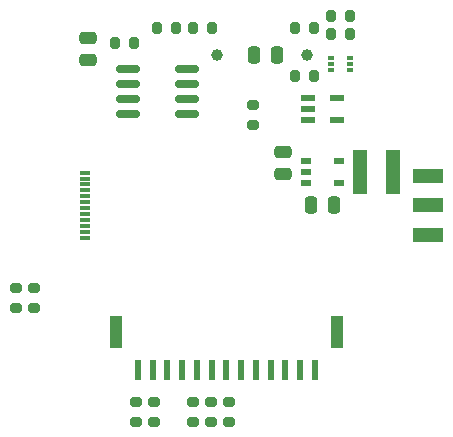
<source format=gbr>
%TF.GenerationSoftware,KiCad,Pcbnew,7.0.9*%
%TF.CreationDate,2023-12-29T19:26:42-05:00*%
%TF.ProjectId,watch-0001,77617463-682d-4303-9030-312e6b696361,v.0.0.1*%
%TF.SameCoordinates,Original*%
%TF.FileFunction,Paste,Top*%
%TF.FilePolarity,Positive*%
%FSLAX46Y46*%
G04 Gerber Fmt 4.6, Leading zero omitted, Abs format (unit mm)*
G04 Created by KiCad (PCBNEW 7.0.9) date 2023-12-29 19:26:42*
%MOMM*%
%LPD*%
G01*
G04 APERTURE LIST*
G04 Aperture macros list*
%AMRoundRect*
0 Rectangle with rounded corners*
0 $1 Rounding radius*
0 $2 $3 $4 $5 $6 $7 $8 $9 X,Y pos of 4 corners*
0 Add a 4 corners polygon primitive as box body*
4,1,4,$2,$3,$4,$5,$6,$7,$8,$9,$2,$3,0*
0 Add four circle primitives for the rounded corners*
1,1,$1+$1,$2,$3*
1,1,$1+$1,$4,$5*
1,1,$1+$1,$6,$7*
1,1,$1+$1,$8,$9*
0 Add four rect primitives between the rounded corners*
20,1,$1+$1,$2,$3,$4,$5,0*
20,1,$1+$1,$4,$5,$6,$7,0*
20,1,$1+$1,$6,$7,$8,$9,0*
20,1,$1+$1,$8,$9,$2,$3,0*%
G04 Aperture macros list end*
%ADD10RoundRect,0.200000X-0.275000X0.200000X-0.275000X-0.200000X0.275000X-0.200000X0.275000X0.200000X0*%
%ADD11RoundRect,0.250000X-0.250000X-0.475000X0.250000X-0.475000X0.250000X0.475000X-0.250000X0.475000X0*%
%ADD12C,1.000000*%
%ADD13R,0.492000X0.300000*%
%ADD14RoundRect,0.200000X0.200000X0.275000X-0.200000X0.275000X-0.200000X-0.275000X0.200000X-0.275000X0*%
%ADD15RoundRect,0.200000X-0.200000X-0.275000X0.200000X-0.275000X0.200000X0.275000X-0.200000X0.275000X0*%
%ADD16R,2.500000X1.200000*%
%ADD17R,0.900000X0.300000*%
%ADD18RoundRect,0.250000X0.475000X-0.250000X0.475000X0.250000X-0.475000X0.250000X-0.475000X-0.250000X0*%
%ADD19RoundRect,0.200000X0.275000X-0.200000X0.275000X0.200000X-0.275000X0.200000X-0.275000X-0.200000X0*%
%ADD20RoundRect,0.150000X-0.825000X-0.150000X0.825000X-0.150000X0.825000X0.150000X-0.825000X0.150000X0*%
%ADD21R,1.200000X0.600000*%
%ADD22RoundRect,0.250000X-0.475000X0.250000X-0.475000X-0.250000X0.475000X-0.250000X0.475000X0.250000X0*%
%ADD23R,0.900000X0.600000*%
%ADD24R,1.193800X3.708400*%
%ADD25R,0.600000X1.700000*%
%ADD26R,1.000000X2.700000*%
%ADD27RoundRect,0.250000X0.250000X0.475000X-0.250000X0.475000X-0.250000X-0.475000X0.250000X-0.475000X0*%
G04 APERTURE END LIST*
D10*
%TO.C,R16*%
X136906000Y-104585000D03*
X136906000Y-106235000D03*
%TD*%
D11*
%TO.C,C2*%
X146878000Y-75184000D03*
X148778000Y-75184000D03*
%TD*%
D12*
%TO.C,BT1*%
X143764000Y-75184000D03*
X151384000Y-75184000D03*
%TD*%
D10*
%TO.C,R2*%
X128270000Y-94933000D03*
X128270000Y-96583000D03*
%TD*%
D13*
%TO.C,Q1*%
X153344000Y-75446000D03*
X153344000Y-75946000D03*
X153344000Y-76446000D03*
X155012000Y-76446000D03*
X155012000Y-75946000D03*
X155012000Y-75446000D03*
%TD*%
D10*
%TO.C,R14*%
X141732000Y-104585000D03*
X141732000Y-106235000D03*
%TD*%
D14*
%TO.C,R8*%
X155003000Y-73406000D03*
X153353000Y-73406000D03*
%TD*%
D15*
%TO.C,R7*%
X153353000Y-71882000D03*
X155003000Y-71882000D03*
%TD*%
D16*
%TO.C,S1*%
X161588000Y-90384000D03*
X161588000Y-87884000D03*
X161588000Y-85384000D03*
%TD*%
D17*
%TO.C,J2*%
X132573000Y-85134000D03*
X132573000Y-85634000D03*
X132573000Y-86134000D03*
X132573000Y-86634000D03*
X132573000Y-87134000D03*
X132573000Y-87634000D03*
X132573000Y-88134000D03*
X132573000Y-88634000D03*
X132573000Y-89134000D03*
X132573000Y-89634000D03*
X132573000Y-90134000D03*
X132573000Y-90634000D03*
%TD*%
D14*
%TO.C,R3*%
X136715000Y-74168000D03*
X135065000Y-74168000D03*
%TD*%
%TO.C,R4*%
X140271000Y-72898000D03*
X138621000Y-72898000D03*
%TD*%
D18*
%TO.C,C1*%
X132842000Y-75626000D03*
X132842000Y-73726000D03*
%TD*%
D19*
%TO.C,R15*%
X138430000Y-106235000D03*
X138430000Y-104585000D03*
%TD*%
D10*
%TO.C,R13*%
X143256000Y-104585000D03*
X143256000Y-106235000D03*
%TD*%
D20*
%TO.C,U2*%
X136209000Y-76327000D03*
X136209000Y-77597000D03*
X136209000Y-78867000D03*
X136209000Y-80137000D03*
X141159000Y-80137000D03*
X141159000Y-78867000D03*
X141159000Y-77597000D03*
X141159000Y-76327000D03*
%TD*%
D21*
%TO.C,IC2*%
X151404000Y-78806000D03*
X151404000Y-79756000D03*
X151404000Y-80706000D03*
X153904000Y-80706000D03*
X153904000Y-78806000D03*
%TD*%
D22*
%TO.C,C3*%
X149352000Y-83378000D03*
X149352000Y-85278000D03*
%TD*%
D15*
%TO.C,R9*%
X150305000Y-72898000D03*
X151955000Y-72898000D03*
%TD*%
D23*
%TO.C,IC3*%
X151254000Y-84140000D03*
X151254000Y-85090000D03*
X151254000Y-86040000D03*
X154054000Y-86040000D03*
X154054000Y-84140000D03*
%TD*%
D10*
%TO.C,R1*%
X126746000Y-94933000D03*
X126746000Y-96583000D03*
%TD*%
D15*
%TO.C,R5*%
X141669000Y-72898000D03*
X143319000Y-72898000D03*
%TD*%
D19*
%TO.C,R20*%
X146812000Y-81089000D03*
X146812000Y-79439000D03*
%TD*%
D15*
%TO.C,R6*%
X150305000Y-76962000D03*
X151955000Y-76962000D03*
%TD*%
D24*
%TO.C,L1*%
X155829000Y-85090000D03*
X158623000Y-85090000D03*
%TD*%
D25*
%TO.C,J1*%
X152026000Y-101854000D03*
X150776000Y-101854000D03*
X149526000Y-101854000D03*
X148276000Y-101854000D03*
X147026000Y-101854000D03*
X145776000Y-101854000D03*
X144526000Y-101854000D03*
X143276000Y-101854000D03*
X142026000Y-101854000D03*
X140776000Y-101854000D03*
X139526000Y-101854000D03*
X138276000Y-101854000D03*
X137026000Y-101854000D03*
D26*
X153876000Y-98654000D03*
X135176000Y-98654000D03*
%TD*%
D27*
%TO.C,C4*%
X153604000Y-87884000D03*
X151704000Y-87884000D03*
%TD*%
D10*
%TO.C,R12*%
X144780000Y-104585000D03*
X144780000Y-106235000D03*
%TD*%
M02*

</source>
